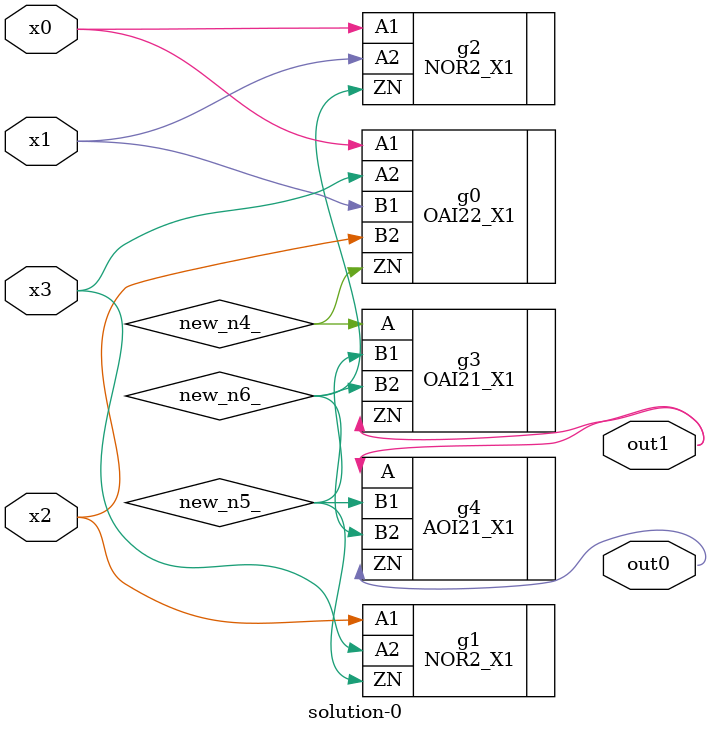
<source format=v>
module \solution-0 (
  x0, x1, x2, x3,
  out0, out1 );
  input x0, x1, x2, x3;
  output out0, out1;
  wire new_n4_, new_n5_, new_n6_;
  OAI22_X1  g0(.A1(x0), .A2(x3), .B1(x1), .B2(x2), .ZN(new_n4_));
  NOR2_X1  g1(.A1(x2), .A2(x3), .ZN(new_n5_));
  NOR2_X1  g2(.A1(x0), .A2(x1), .ZN(new_n6_));
  OAI21_X1  g3(.A(new_n4_), .B1(new_n5_), .B2(new_n6_), .ZN(out1));  //carry
  AOI21_X1  g4(.A(out1), .B1(new_n5_), .B2(new_n6_), .ZN(out0));  //sum
endmodule

</source>
